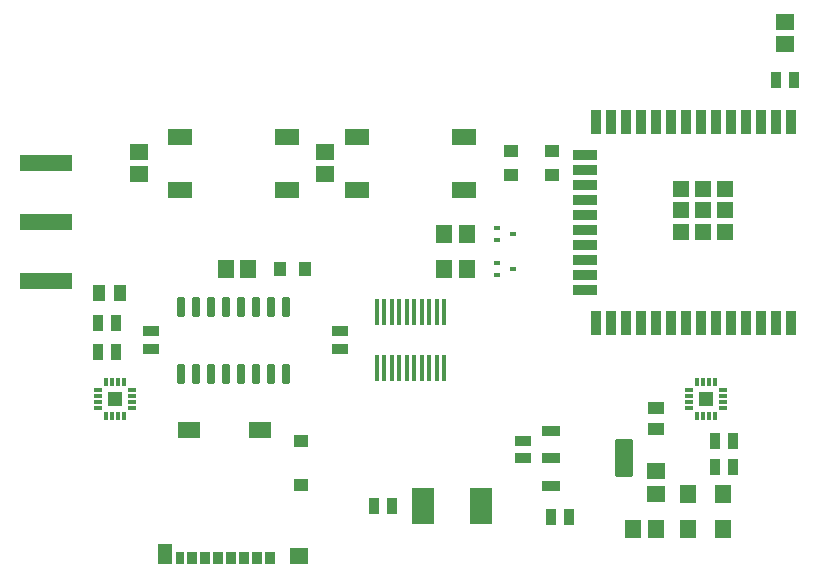
<source format=gtp>
G04*
G04 #@! TF.GenerationSoftware,Altium Limited,Altium Designer,21.8.1 (53)*
G04*
G04 Layer_Color=8421504*
%FSLAX25Y25*%
%MOIN*%
G70*
G04*
G04 #@! TF.SameCoordinates,79EC032F-631B-404A-8042-777835F6C2BC*
G04*
G04*
G04 #@! TF.FilePolarity,Positive*
G04*
G01*
G75*
%ADD17R,0.06102X0.05512*%
%ADD18R,0.03740X0.05315*%
%ADD19R,0.03937X0.05315*%
%ADD20R,0.05315X0.03937*%
%ADD21R,0.04724X0.04331*%
%ADD22R,0.02000X0.01402*%
%ADD23R,0.05512X0.06102*%
%ADD24R,0.04331X0.04724*%
%ADD25R,0.05315X0.03740*%
%ADD26R,0.05512X0.05906*%
%ADD27R,0.07700X0.12400*%
G04:AMPARAMS|DCode=28|XSize=124.02mil|YSize=57.09mil|CornerRadius=2mil|HoleSize=0mil|Usage=FLASHONLY|Rotation=90.000|XOffset=0mil|YOffset=0mil|HoleType=Round|Shape=RoundedRectangle|*
%AMROUNDEDRECTD28*
21,1,0.12402,0.05309,0,0,90.0*
21,1,0.12002,0.05709,0,0,90.0*
1,1,0.00400,0.02655,0.06001*
1,1,0.00400,0.02655,-0.06001*
1,1,0.00400,-0.02655,-0.06001*
1,1,0.00400,-0.02655,0.06001*
%
%ADD28ROUNDEDRECTD28*%
G04:AMPARAMS|DCode=29|XSize=35.43mil|YSize=57.09mil|CornerRadius=1.95mil|HoleSize=0mil|Usage=FLASHONLY|Rotation=90.000|XOffset=0mil|YOffset=0mil|HoleType=Round|Shape=RoundedRectangle|*
%AMROUNDEDRECTD29*
21,1,0.03543,0.05319,0,0,90.0*
21,1,0.03154,0.05709,0,0,90.0*
1,1,0.00390,0.02659,0.01577*
1,1,0.00390,0.02659,-0.01577*
1,1,0.00390,-0.02659,-0.01577*
1,1,0.00390,-0.02659,0.01577*
%
%ADD29ROUNDEDRECTD29*%
%ADD30R,0.04842X0.04842*%
%ADD31R,0.01181X0.03150*%
%ADD32R,0.03150X0.01181*%
%ADD33R,0.08268X0.05512*%
G04:AMPARAMS|DCode=34|XSize=25.59mil|YSize=64.96mil|CornerRadius=1.92mil|HoleSize=0mil|Usage=FLASHONLY|Rotation=180.000|XOffset=0mil|YOffset=0mil|HoleType=Round|Shape=RoundedRectangle|*
%AMROUNDEDRECTD34*
21,1,0.02559,0.06112,0,0,180.0*
21,1,0.02175,0.06496,0,0,180.0*
1,1,0.00384,-0.01088,0.03056*
1,1,0.00384,0.01088,0.03056*
1,1,0.00384,0.01088,-0.03056*
1,1,0.00384,-0.01088,-0.03056*
%
%ADD34ROUNDEDRECTD34*%
G04:AMPARAMS|DCode=35|XSize=88.58mil|YSize=15.75mil|CornerRadius=7.87mil|HoleSize=0mil|Usage=FLASHONLY|Rotation=270.000|XOffset=0mil|YOffset=0mil|HoleType=Round|Shape=RoundedRectangle|*
%AMROUNDEDRECTD35*
21,1,0.08858,0.00000,0,0,270.0*
21,1,0.07284,0.01575,0,0,270.0*
1,1,0.01575,0.00000,-0.03642*
1,1,0.01575,0.00000,0.03642*
1,1,0.01575,0.00000,0.03642*
1,1,0.01575,0.00000,-0.03642*
%
%ADD35ROUNDEDRECTD35*%
%ADD36R,0.07480X0.05315*%
%ADD37R,0.04724X0.03937*%
%ADD38R,0.06102X0.05315*%
%ADD39R,0.03347X0.04331*%
%ADD40R,0.02953X0.04331*%
%ADD41R,0.04606X0.07087*%
%ADD42R,0.17717X0.05512*%
%ADD43R,0.05236X0.05236*%
%ADD44R,0.07874X0.03543*%
%ADD45R,0.03543X0.07874*%
D17*
X282480Y184843D02*
D03*
Y177362D02*
D03*
X128937Y141535D02*
D03*
Y134055D02*
D03*
X66929Y141535D02*
D03*
Y134055D02*
D03*
X239173Y27559D02*
D03*
Y35039D02*
D03*
D18*
X285335Y165354D02*
D03*
X279429D02*
D03*
X59252Y84646D02*
D03*
X53347D02*
D03*
X59350Y74803D02*
D03*
X53445D02*
D03*
X264862Y36614D02*
D03*
X258957D02*
D03*
X264862Y45276D02*
D03*
X258957D02*
D03*
X210335Y19685D02*
D03*
X204429D02*
D03*
X145276Y23622D02*
D03*
X151181D02*
D03*
D19*
X60630Y94488D02*
D03*
X53543D02*
D03*
D20*
X239173Y56102D02*
D03*
Y49016D02*
D03*
D21*
X204724Y141929D02*
D03*
Y133661D02*
D03*
X190945Y141929D02*
D03*
Y133661D02*
D03*
D22*
X191526Y102362D02*
D03*
X186427Y100394D02*
D03*
Y104331D02*
D03*
X191526Y114173D02*
D03*
X186427Y112205D02*
D03*
Y116142D02*
D03*
D23*
X103405Y102362D02*
D03*
X95925D02*
D03*
X176181Y114173D02*
D03*
X168701D02*
D03*
X176181Y102362D02*
D03*
X168701D02*
D03*
X239173Y15748D02*
D03*
X231693D02*
D03*
D24*
X122244Y102362D02*
D03*
X113976D02*
D03*
D25*
X70866Y81693D02*
D03*
Y75787D02*
D03*
X194882Y45276D02*
D03*
Y39370D02*
D03*
X133858Y81693D02*
D03*
Y75787D02*
D03*
D26*
X261811Y15748D02*
D03*
X250000D02*
D03*
X261811Y27559D02*
D03*
X250000D02*
D03*
D27*
X180910Y23622D02*
D03*
X161610D02*
D03*
D28*
X228642Y39370D02*
D03*
D29*
X204429Y30315D02*
D03*
Y39370D02*
D03*
Y48425D02*
D03*
D30*
X255906Y59055D02*
D03*
X59055D02*
D03*
D31*
X252953Y64665D02*
D03*
X254921D02*
D03*
X256890D02*
D03*
X258858D02*
D03*
Y53445D02*
D03*
X256890D02*
D03*
X254921D02*
D03*
X252953D02*
D03*
X62008D02*
D03*
X60039D02*
D03*
X58071D02*
D03*
X56102D02*
D03*
Y64665D02*
D03*
X58071D02*
D03*
X60039D02*
D03*
X62008D02*
D03*
D32*
X261516Y62008D02*
D03*
Y60039D02*
D03*
Y58071D02*
D03*
Y56102D02*
D03*
X250295D02*
D03*
Y58071D02*
D03*
Y60039D02*
D03*
Y62008D02*
D03*
X53445Y56102D02*
D03*
Y58071D02*
D03*
Y60039D02*
D03*
Y62008D02*
D03*
X64665D02*
D03*
Y60039D02*
D03*
Y58071D02*
D03*
Y56102D02*
D03*
D33*
X139567Y128937D02*
D03*
X175394D02*
D03*
X139567Y146653D02*
D03*
X175394D02*
D03*
X80512Y128937D02*
D03*
X116339D02*
D03*
X80512Y146653D02*
D03*
X116339D02*
D03*
D34*
X115925Y89862D02*
D03*
X110925D02*
D03*
X105925D02*
D03*
X100925D02*
D03*
X95925D02*
D03*
X90925D02*
D03*
X85925D02*
D03*
X80925D02*
D03*
X115925Y67618D02*
D03*
X110925D02*
D03*
X105925D02*
D03*
X100925D02*
D03*
X95925D02*
D03*
X90925D02*
D03*
X85925D02*
D03*
X80925D02*
D03*
D35*
X168730Y69390D02*
D03*
X166230D02*
D03*
X163730D02*
D03*
X161230D02*
D03*
X158730D02*
D03*
X156230D02*
D03*
X153730D02*
D03*
X151230D02*
D03*
X148730D02*
D03*
X146230D02*
D03*
Y88090D02*
D03*
X148730D02*
D03*
X151230D02*
D03*
X153730D02*
D03*
X156230D02*
D03*
X158730D02*
D03*
X161230D02*
D03*
X163730D02*
D03*
X166230D02*
D03*
X168730D02*
D03*
D36*
X83770Y48868D02*
D03*
X107274D02*
D03*
D37*
X121053Y30463D02*
D03*
Y45030D02*
D03*
D38*
X120364Y6742D02*
D03*
D39*
X110679Y6250D02*
D03*
X106348D02*
D03*
X102018D02*
D03*
X97687D02*
D03*
X93356D02*
D03*
X89026D02*
D03*
X84695D02*
D03*
D40*
X80561D02*
D03*
D41*
X75797Y7628D02*
D03*
D42*
X36024Y98425D02*
D03*
Y137795D02*
D03*
Y118110D02*
D03*
D43*
X247736Y114823D02*
D03*
Y122047D02*
D03*
Y129272D02*
D03*
X254961Y114823D02*
D03*
Y122047D02*
D03*
Y129272D02*
D03*
X262185Y114823D02*
D03*
Y122047D02*
D03*
Y129272D02*
D03*
D44*
X215551Y95610D02*
D03*
Y100610D02*
D03*
Y105610D02*
D03*
Y110610D02*
D03*
Y115610D02*
D03*
Y120610D02*
D03*
Y125610D02*
D03*
Y130610D02*
D03*
Y135610D02*
D03*
Y140610D02*
D03*
D45*
X284488Y84646D02*
D03*
X279488D02*
D03*
X274488D02*
D03*
X269488D02*
D03*
X264488D02*
D03*
X259488D02*
D03*
X254488D02*
D03*
X249488D02*
D03*
X244488D02*
D03*
X239488D02*
D03*
X234488D02*
D03*
X229488D02*
D03*
X224488D02*
D03*
X219488D02*
D03*
Y151575D02*
D03*
X224488D02*
D03*
X229488D02*
D03*
X234488D02*
D03*
X239488D02*
D03*
X244488D02*
D03*
X249488D02*
D03*
X254488D02*
D03*
X259488D02*
D03*
X264488D02*
D03*
X269488D02*
D03*
X274488D02*
D03*
X279488D02*
D03*
X284488D02*
D03*
M02*

</source>
